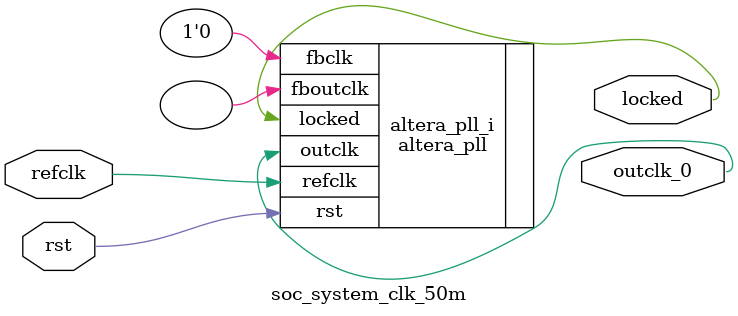
<source format=v>
`timescale 1ns/10ps
module  soc_system_clk_50m(

	// interface 'refclk'
	input wire refclk,

	// interface 'reset'
	input wire rst,

	// interface 'outclk0'
	output wire outclk_0,

	// interface 'locked'
	output wire locked
);

	altera_pll #(
		.fractional_vco_multiplier("false"),
		.reference_clock_frequency("50.0 MHz"),
		.operation_mode("direct"),
		.number_of_clocks(1),
		.output_clock_frequency0("100.000000 MHz"),
		.phase_shift0("0 ps"),
		.duty_cycle0(50),
		.output_clock_frequency1("0 MHz"),
		.phase_shift1("0 ps"),
		.duty_cycle1(50),
		.output_clock_frequency2("0 MHz"),
		.phase_shift2("0 ps"),
		.duty_cycle2(50),
		.output_clock_frequency3("0 MHz"),
		.phase_shift3("0 ps"),
		.duty_cycle3(50),
		.output_clock_frequency4("0 MHz"),
		.phase_shift4("0 ps"),
		.duty_cycle4(50),
		.output_clock_frequency5("0 MHz"),
		.phase_shift5("0 ps"),
		.duty_cycle5(50),
		.output_clock_frequency6("0 MHz"),
		.phase_shift6("0 ps"),
		.duty_cycle6(50),
		.output_clock_frequency7("0 MHz"),
		.phase_shift7("0 ps"),
		.duty_cycle7(50),
		.output_clock_frequency8("0 MHz"),
		.phase_shift8("0 ps"),
		.duty_cycle8(50),
		.output_clock_frequency9("0 MHz"),
		.phase_shift9("0 ps"),
		.duty_cycle9(50),
		.output_clock_frequency10("0 MHz"),
		.phase_shift10("0 ps"),
		.duty_cycle10(50),
		.output_clock_frequency11("0 MHz"),
		.phase_shift11("0 ps"),
		.duty_cycle11(50),
		.output_clock_frequency12("0 MHz"),
		.phase_shift12("0 ps"),
		.duty_cycle12(50),
		.output_clock_frequency13("0 MHz"),
		.phase_shift13("0 ps"),
		.duty_cycle13(50),
		.output_clock_frequency14("0 MHz"),
		.phase_shift14("0 ps"),
		.duty_cycle14(50),
		.output_clock_frequency15("0 MHz"),
		.phase_shift15("0 ps"),
		.duty_cycle15(50),
		.output_clock_frequency16("0 MHz"),
		.phase_shift16("0 ps"),
		.duty_cycle16(50),
		.output_clock_frequency17("0 MHz"),
		.phase_shift17("0 ps"),
		.duty_cycle17(50),
		.pll_type("General"),
		.pll_subtype("General")
	) altera_pll_i (
		.rst	(rst),
		.outclk	({outclk_0}),
		.locked	(locked),
		.fboutclk	( ),
		.fbclk	(1'b0),
		.refclk	(refclk)
	);
endmodule


</source>
